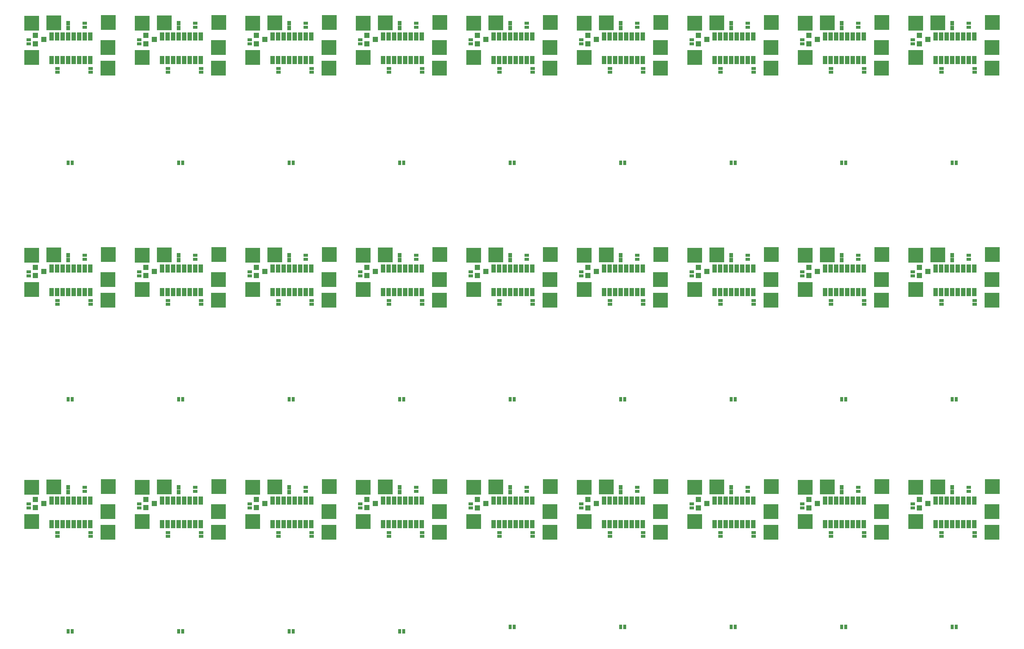
<source format=gbs>
G04 #@! TF.FileFunction,Soldermask,Bot*
%FSLAX46Y46*%
G04 Gerber Fmt 4.6, Leading zero omitted, Abs format (unit mm)*
G04 Created by KiCad (PCBNEW 4.0.3-stable) date 08/25/16 15:17:33*
%MOMM*%
%LPD*%
G01*
G04 APERTURE LIST*
%ADD10C,0.100000*%
%ADD11R,3.400000X3.400000*%
%ADD12R,1.200100X1.200100*%
%ADD13R,1.000000X0.800000*%
%ADD14R,1.000000X1.900000*%
%ADD15R,0.800000X1.000000*%
%ADD16R,0.900000X1.000000*%
G04 APERTURE END LIST*
D10*
D11*
X231673400Y-76039980D03*
X226644200Y-83990180D03*
X244152420Y-86441280D03*
X244208300Y-75963780D03*
X226644200Y-76116180D03*
X244180360Y-81691480D03*
D12*
X227446840Y-80799980D03*
X227446840Y-78899980D03*
X229445820Y-79849980D03*
D13*
X225933000Y-80833380D03*
X225933000Y-79933380D03*
X232506000Y-86491580D03*
X232506000Y-87391580D03*
X240136000Y-86491580D03*
X240136000Y-87391580D03*
D14*
X231211000Y-79161580D03*
X232481000Y-79161580D03*
X233751000Y-79161580D03*
X235021000Y-79161580D03*
X236291000Y-79161580D03*
X237561000Y-79161580D03*
X238831000Y-79161580D03*
X240101000Y-79161580D03*
X240101000Y-84561580D03*
X238831000Y-84561580D03*
X237561000Y-84561580D03*
X236291000Y-84561580D03*
X235021000Y-84561580D03*
X233751000Y-84561580D03*
X232481000Y-84561580D03*
X231211000Y-84561580D03*
D15*
X235008000Y-109220000D03*
X235908000Y-109220000D03*
D13*
X238806000Y-77021580D03*
X238806000Y-76121580D03*
D16*
X235036000Y-77201580D03*
X235036000Y-76101580D03*
X235036000Y-23869200D03*
X235036000Y-22769200D03*
D13*
X238806000Y-23689200D03*
X238806000Y-22789200D03*
D15*
X235008000Y-54864000D03*
X235908000Y-54864000D03*
D14*
X231211000Y-25829200D03*
X232481000Y-25829200D03*
X233751000Y-25829200D03*
X235021000Y-25829200D03*
X236291000Y-25829200D03*
X237561000Y-25829200D03*
X238831000Y-25829200D03*
X240101000Y-25829200D03*
X240101000Y-31229200D03*
X238831000Y-31229200D03*
X237561000Y-31229200D03*
X236291000Y-31229200D03*
X235021000Y-31229200D03*
X233751000Y-31229200D03*
X232481000Y-31229200D03*
X231211000Y-31229200D03*
D13*
X240136000Y-33159200D03*
X240136000Y-34059200D03*
X232506000Y-33159200D03*
X232506000Y-34059200D03*
X225933000Y-27501000D03*
X225933000Y-26601000D03*
D12*
X227446840Y-27467600D03*
X227446840Y-25567600D03*
X229445820Y-26517600D03*
D11*
X244180360Y-28359100D03*
X226644200Y-22783800D03*
X244208300Y-22631400D03*
X244152420Y-33108900D03*
X226644200Y-30657800D03*
X231673400Y-22707600D03*
X231673400Y-129387600D03*
X226644200Y-137337800D03*
X244152420Y-139788900D03*
X244208300Y-129311400D03*
X226644200Y-129463800D03*
X244180360Y-135039100D03*
D12*
X227446840Y-134147600D03*
X227446840Y-132247600D03*
X229445820Y-133197600D03*
D13*
X225933000Y-134181000D03*
X225933000Y-133281000D03*
X232506000Y-139839200D03*
X232506000Y-140739200D03*
X240136000Y-139839200D03*
X240136000Y-140739200D03*
D14*
X231211000Y-132509200D03*
X232481000Y-132509200D03*
X233751000Y-132509200D03*
X235021000Y-132509200D03*
X236291000Y-132509200D03*
X237561000Y-132509200D03*
X238831000Y-132509200D03*
X240101000Y-132509200D03*
X240101000Y-137909200D03*
X238831000Y-137909200D03*
X237561000Y-137909200D03*
X236291000Y-137909200D03*
X235021000Y-137909200D03*
X233751000Y-137909200D03*
X232481000Y-137909200D03*
X231211000Y-137909200D03*
D15*
X235008000Y-161544000D03*
X235908000Y-161544000D03*
D13*
X238806000Y-130369200D03*
X238806000Y-129469200D03*
D16*
X235036000Y-130549200D03*
X235036000Y-129449200D03*
D11*
X180873400Y-129387600D03*
X175844200Y-137337800D03*
X193352420Y-139788900D03*
X193408300Y-129311400D03*
X175844200Y-129463800D03*
X193380360Y-135039100D03*
D12*
X176646840Y-134147600D03*
X176646840Y-132247600D03*
X178645820Y-133197600D03*
D13*
X175133000Y-134181000D03*
X175133000Y-133281000D03*
X181706000Y-139839200D03*
X181706000Y-140739200D03*
X189336000Y-139839200D03*
X189336000Y-140739200D03*
D14*
X180411000Y-132509200D03*
X181681000Y-132509200D03*
X182951000Y-132509200D03*
X184221000Y-132509200D03*
X185491000Y-132509200D03*
X186761000Y-132509200D03*
X188031000Y-132509200D03*
X189301000Y-132509200D03*
X189301000Y-137909200D03*
X188031000Y-137909200D03*
X186761000Y-137909200D03*
X185491000Y-137909200D03*
X184221000Y-137909200D03*
X182951000Y-137909200D03*
X181681000Y-137909200D03*
X180411000Y-137909200D03*
D15*
X184208000Y-161544000D03*
X185108000Y-161544000D03*
D13*
X188006000Y-130369200D03*
X188006000Y-129469200D03*
D16*
X184236000Y-130549200D03*
X184236000Y-129449200D03*
X209636000Y-130549200D03*
X209636000Y-129449200D03*
D13*
X213406000Y-130369200D03*
X213406000Y-129469200D03*
D15*
X209608000Y-161544000D03*
X210508000Y-161544000D03*
D14*
X205811000Y-132509200D03*
X207081000Y-132509200D03*
X208351000Y-132509200D03*
X209621000Y-132509200D03*
X210891000Y-132509200D03*
X212161000Y-132509200D03*
X213431000Y-132509200D03*
X214701000Y-132509200D03*
X214701000Y-137909200D03*
X213431000Y-137909200D03*
X212161000Y-137909200D03*
X210891000Y-137909200D03*
X209621000Y-137909200D03*
X208351000Y-137909200D03*
X207081000Y-137909200D03*
X205811000Y-137909200D03*
D13*
X214736000Y-139839200D03*
X214736000Y-140739200D03*
X207106000Y-139839200D03*
X207106000Y-140739200D03*
X200533000Y-134181000D03*
X200533000Y-133281000D03*
D12*
X202046840Y-134147600D03*
X202046840Y-132247600D03*
X204045820Y-133197600D03*
D11*
X218780360Y-135039100D03*
X201244200Y-129463800D03*
X218808300Y-129311400D03*
X218752420Y-139788900D03*
X201244200Y-137337800D03*
X206273400Y-129387600D03*
X155473400Y-129387600D03*
X150444200Y-137337800D03*
X167952420Y-139788900D03*
X168008300Y-129311400D03*
X150444200Y-129463800D03*
X167980360Y-135039100D03*
D12*
X151246840Y-134147600D03*
X151246840Y-132247600D03*
X153245820Y-133197600D03*
D13*
X149733000Y-134181000D03*
X149733000Y-133281000D03*
X156306000Y-139839200D03*
X156306000Y-140739200D03*
X163936000Y-139839200D03*
X163936000Y-140739200D03*
D14*
X155011000Y-132509200D03*
X156281000Y-132509200D03*
X157551000Y-132509200D03*
X158821000Y-132509200D03*
X160091000Y-132509200D03*
X161361000Y-132509200D03*
X162631000Y-132509200D03*
X163901000Y-132509200D03*
X163901000Y-137909200D03*
X162631000Y-137909200D03*
X161361000Y-137909200D03*
X160091000Y-137909200D03*
X158821000Y-137909200D03*
X157551000Y-137909200D03*
X156281000Y-137909200D03*
X155011000Y-137909200D03*
D15*
X158808000Y-161544000D03*
X159708000Y-161544000D03*
D13*
X162606000Y-130369200D03*
X162606000Y-129469200D03*
D16*
X158836000Y-130549200D03*
X158836000Y-129449200D03*
X133436000Y-130549200D03*
X133436000Y-129449200D03*
D13*
X137206000Y-130369200D03*
X137206000Y-129469200D03*
D15*
X133408000Y-161544000D03*
X134308000Y-161544000D03*
D14*
X129611000Y-132509200D03*
X130881000Y-132509200D03*
X132151000Y-132509200D03*
X133421000Y-132509200D03*
X134691000Y-132509200D03*
X135961000Y-132509200D03*
X137231000Y-132509200D03*
X138501000Y-132509200D03*
X138501000Y-137909200D03*
X137231000Y-137909200D03*
X135961000Y-137909200D03*
X134691000Y-137909200D03*
X133421000Y-137909200D03*
X132151000Y-137909200D03*
X130881000Y-137909200D03*
X129611000Y-137909200D03*
D13*
X138536000Y-139839200D03*
X138536000Y-140739200D03*
X130906000Y-139839200D03*
X130906000Y-140739200D03*
X124333000Y-134181000D03*
X124333000Y-133281000D03*
D12*
X125846840Y-134147600D03*
X125846840Y-132247600D03*
X127845820Y-133197600D03*
D11*
X142580360Y-135039100D03*
X125044200Y-129463800D03*
X142608300Y-129311400D03*
X142552420Y-139788900D03*
X125044200Y-137337800D03*
X130073400Y-129387600D03*
D16*
X31836000Y-130541580D03*
X31836000Y-129441580D03*
D13*
X35606000Y-130361580D03*
X35606000Y-129461580D03*
D15*
X31808000Y-162560000D03*
X32708000Y-162560000D03*
D14*
X28011000Y-132501580D03*
X29281000Y-132501580D03*
X30551000Y-132501580D03*
X31821000Y-132501580D03*
X33091000Y-132501580D03*
X34361000Y-132501580D03*
X35631000Y-132501580D03*
X36901000Y-132501580D03*
X36901000Y-137901580D03*
X35631000Y-137901580D03*
X34361000Y-137901580D03*
X33091000Y-137901580D03*
X31821000Y-137901580D03*
X30551000Y-137901580D03*
X29281000Y-137901580D03*
X28011000Y-137901580D03*
D13*
X36936000Y-139831580D03*
X36936000Y-140731580D03*
X29306000Y-139831580D03*
X29306000Y-140731580D03*
X22733000Y-134173380D03*
X22733000Y-133273380D03*
D12*
X24246840Y-134139980D03*
X24246840Y-132239980D03*
X26245820Y-133189980D03*
D11*
X40980360Y-135031480D03*
X23444200Y-129456180D03*
X41008300Y-129303780D03*
X40952420Y-139781280D03*
X23444200Y-137330180D03*
X28473400Y-129379980D03*
X53873400Y-129379980D03*
X48844200Y-137330180D03*
X66352420Y-139781280D03*
X66408300Y-129303780D03*
X48844200Y-129456180D03*
X66380360Y-135031480D03*
D12*
X49646840Y-134139980D03*
X49646840Y-132239980D03*
X51645820Y-133189980D03*
D13*
X48133000Y-134173380D03*
X48133000Y-133273380D03*
X54706000Y-139831580D03*
X54706000Y-140731580D03*
X62336000Y-139831580D03*
X62336000Y-140731580D03*
D14*
X53411000Y-132501580D03*
X54681000Y-132501580D03*
X55951000Y-132501580D03*
X57221000Y-132501580D03*
X58491000Y-132501580D03*
X59761000Y-132501580D03*
X61031000Y-132501580D03*
X62301000Y-132501580D03*
X62301000Y-137901580D03*
X61031000Y-137901580D03*
X59761000Y-137901580D03*
X58491000Y-137901580D03*
X57221000Y-137901580D03*
X55951000Y-137901580D03*
X54681000Y-137901580D03*
X53411000Y-137901580D03*
D15*
X57208000Y-162560000D03*
X58108000Y-162560000D03*
D13*
X61006000Y-130361580D03*
X61006000Y-129461580D03*
D16*
X57236000Y-130541580D03*
X57236000Y-129441580D03*
X108036000Y-130541580D03*
X108036000Y-129441580D03*
D13*
X111806000Y-130361580D03*
X111806000Y-129461580D03*
D15*
X108008000Y-162560000D03*
X108908000Y-162560000D03*
D14*
X104211000Y-132501580D03*
X105481000Y-132501580D03*
X106751000Y-132501580D03*
X108021000Y-132501580D03*
X109291000Y-132501580D03*
X110561000Y-132501580D03*
X111831000Y-132501580D03*
X113101000Y-132501580D03*
X113101000Y-137901580D03*
X111831000Y-137901580D03*
X110561000Y-137901580D03*
X109291000Y-137901580D03*
X108021000Y-137901580D03*
X106751000Y-137901580D03*
X105481000Y-137901580D03*
X104211000Y-137901580D03*
D13*
X113136000Y-139831580D03*
X113136000Y-140731580D03*
X105506000Y-139831580D03*
X105506000Y-140731580D03*
X98933000Y-134173380D03*
X98933000Y-133273380D03*
D12*
X100446840Y-134139980D03*
X100446840Y-132239980D03*
X102445820Y-133189980D03*
D11*
X117180360Y-135031480D03*
X99644200Y-129456180D03*
X117208300Y-129303780D03*
X117152420Y-139781280D03*
X99644200Y-137330180D03*
X104673400Y-129379980D03*
X79273400Y-129379980D03*
X74244200Y-137330180D03*
X91752420Y-139781280D03*
X91808300Y-129303780D03*
X74244200Y-129456180D03*
X91780360Y-135031480D03*
D12*
X75046840Y-134139980D03*
X75046840Y-132239980D03*
X77045820Y-133189980D03*
D13*
X73533000Y-134173380D03*
X73533000Y-133273380D03*
X80106000Y-139831580D03*
X80106000Y-140731580D03*
X87736000Y-139831580D03*
X87736000Y-140731580D03*
D14*
X78811000Y-132501580D03*
X80081000Y-132501580D03*
X81351000Y-132501580D03*
X82621000Y-132501580D03*
X83891000Y-132501580D03*
X85161000Y-132501580D03*
X86431000Y-132501580D03*
X87701000Y-132501580D03*
X87701000Y-137901580D03*
X86431000Y-137901580D03*
X85161000Y-137901580D03*
X83891000Y-137901580D03*
X82621000Y-137901580D03*
X81351000Y-137901580D03*
X80081000Y-137901580D03*
X78811000Y-137901580D03*
D15*
X82608000Y-162560000D03*
X83508000Y-162560000D03*
D13*
X86406000Y-130361580D03*
X86406000Y-129461580D03*
D16*
X82636000Y-130541580D03*
X82636000Y-129441580D03*
D11*
X130073400Y-22707600D03*
X125044200Y-30657800D03*
X142552420Y-33108900D03*
X142608300Y-22631400D03*
X125044200Y-22783800D03*
X142580360Y-28359100D03*
D12*
X125846840Y-27467600D03*
X125846840Y-25567600D03*
X127845820Y-26517600D03*
D13*
X124333000Y-27501000D03*
X124333000Y-26601000D03*
X130906000Y-33159200D03*
X130906000Y-34059200D03*
X138536000Y-33159200D03*
X138536000Y-34059200D03*
D14*
X129611000Y-25829200D03*
X130881000Y-25829200D03*
X132151000Y-25829200D03*
X133421000Y-25829200D03*
X134691000Y-25829200D03*
X135961000Y-25829200D03*
X137231000Y-25829200D03*
X138501000Y-25829200D03*
X138501000Y-31229200D03*
X137231000Y-31229200D03*
X135961000Y-31229200D03*
X134691000Y-31229200D03*
X133421000Y-31229200D03*
X132151000Y-31229200D03*
X130881000Y-31229200D03*
X129611000Y-31229200D03*
D15*
X133408000Y-54864000D03*
X134308000Y-54864000D03*
D13*
X137206000Y-23689200D03*
X137206000Y-22789200D03*
D16*
X133436000Y-23869200D03*
X133436000Y-22769200D03*
X133436000Y-77201580D03*
X133436000Y-76101580D03*
D13*
X137206000Y-77021580D03*
X137206000Y-76121580D03*
D15*
X133408000Y-109220000D03*
X134308000Y-109220000D03*
D14*
X129611000Y-79161580D03*
X130881000Y-79161580D03*
X132151000Y-79161580D03*
X133421000Y-79161580D03*
X134691000Y-79161580D03*
X135961000Y-79161580D03*
X137231000Y-79161580D03*
X138501000Y-79161580D03*
X138501000Y-84561580D03*
X137231000Y-84561580D03*
X135961000Y-84561580D03*
X134691000Y-84561580D03*
X133421000Y-84561580D03*
X132151000Y-84561580D03*
X130881000Y-84561580D03*
X129611000Y-84561580D03*
D13*
X138536000Y-86491580D03*
X138536000Y-87391580D03*
X130906000Y-86491580D03*
X130906000Y-87391580D03*
X124333000Y-80833380D03*
X124333000Y-79933380D03*
D12*
X125846840Y-80799980D03*
X125846840Y-78899980D03*
X127845820Y-79849980D03*
D11*
X142580360Y-81691480D03*
X125044200Y-76116180D03*
X142608300Y-75963780D03*
X142552420Y-86441280D03*
X125044200Y-83990180D03*
X130073400Y-76039980D03*
X155473400Y-76039980D03*
X150444200Y-83990180D03*
X167952420Y-86441280D03*
X168008300Y-75963780D03*
X150444200Y-76116180D03*
X167980360Y-81691480D03*
D12*
X151246840Y-80799980D03*
X151246840Y-78899980D03*
X153245820Y-79849980D03*
D13*
X149733000Y-80833380D03*
X149733000Y-79933380D03*
X156306000Y-86491580D03*
X156306000Y-87391580D03*
X163936000Y-86491580D03*
X163936000Y-87391580D03*
D14*
X155011000Y-79161580D03*
X156281000Y-79161580D03*
X157551000Y-79161580D03*
X158821000Y-79161580D03*
X160091000Y-79161580D03*
X161361000Y-79161580D03*
X162631000Y-79161580D03*
X163901000Y-79161580D03*
X163901000Y-84561580D03*
X162631000Y-84561580D03*
X161361000Y-84561580D03*
X160091000Y-84561580D03*
X158821000Y-84561580D03*
X157551000Y-84561580D03*
X156281000Y-84561580D03*
X155011000Y-84561580D03*
D15*
X158808000Y-109220000D03*
X159708000Y-109220000D03*
D13*
X162606000Y-77021580D03*
X162606000Y-76121580D03*
D16*
X158836000Y-77201580D03*
X158836000Y-76101580D03*
X158836000Y-23869200D03*
X158836000Y-22769200D03*
D13*
X162606000Y-23689200D03*
X162606000Y-22789200D03*
D15*
X158808000Y-54864000D03*
X159708000Y-54864000D03*
D14*
X155011000Y-25829200D03*
X156281000Y-25829200D03*
X157551000Y-25829200D03*
X158821000Y-25829200D03*
X160091000Y-25829200D03*
X161361000Y-25829200D03*
X162631000Y-25829200D03*
X163901000Y-25829200D03*
X163901000Y-31229200D03*
X162631000Y-31229200D03*
X161361000Y-31229200D03*
X160091000Y-31229200D03*
X158821000Y-31229200D03*
X157551000Y-31229200D03*
X156281000Y-31229200D03*
X155011000Y-31229200D03*
D13*
X163936000Y-33159200D03*
X163936000Y-34059200D03*
X156306000Y-33159200D03*
X156306000Y-34059200D03*
X149733000Y-27501000D03*
X149733000Y-26601000D03*
D12*
X151246840Y-27467600D03*
X151246840Y-25567600D03*
X153245820Y-26517600D03*
D11*
X167980360Y-28359100D03*
X150444200Y-22783800D03*
X168008300Y-22631400D03*
X167952420Y-33108900D03*
X150444200Y-30657800D03*
X155473400Y-22707600D03*
X206273400Y-22707600D03*
X201244200Y-30657800D03*
X218752420Y-33108900D03*
X218808300Y-22631400D03*
X201244200Y-22783800D03*
X218780360Y-28359100D03*
D12*
X202046840Y-27467600D03*
X202046840Y-25567600D03*
X204045820Y-26517600D03*
D13*
X200533000Y-27501000D03*
X200533000Y-26601000D03*
X207106000Y-33159200D03*
X207106000Y-34059200D03*
X214736000Y-33159200D03*
X214736000Y-34059200D03*
D14*
X205811000Y-25829200D03*
X207081000Y-25829200D03*
X208351000Y-25829200D03*
X209621000Y-25829200D03*
X210891000Y-25829200D03*
X212161000Y-25829200D03*
X213431000Y-25829200D03*
X214701000Y-25829200D03*
X214701000Y-31229200D03*
X213431000Y-31229200D03*
X212161000Y-31229200D03*
X210891000Y-31229200D03*
X209621000Y-31229200D03*
X208351000Y-31229200D03*
X207081000Y-31229200D03*
X205811000Y-31229200D03*
D15*
X209608000Y-54864000D03*
X210508000Y-54864000D03*
D13*
X213406000Y-23689200D03*
X213406000Y-22789200D03*
D16*
X209636000Y-23869200D03*
X209636000Y-22769200D03*
X209636000Y-77201580D03*
X209636000Y-76101580D03*
D13*
X213406000Y-77021580D03*
X213406000Y-76121580D03*
D15*
X209608000Y-109220000D03*
X210508000Y-109220000D03*
D14*
X205811000Y-79161580D03*
X207081000Y-79161580D03*
X208351000Y-79161580D03*
X209621000Y-79161580D03*
X210891000Y-79161580D03*
X212161000Y-79161580D03*
X213431000Y-79161580D03*
X214701000Y-79161580D03*
X214701000Y-84561580D03*
X213431000Y-84561580D03*
X212161000Y-84561580D03*
X210891000Y-84561580D03*
X209621000Y-84561580D03*
X208351000Y-84561580D03*
X207081000Y-84561580D03*
X205811000Y-84561580D03*
D13*
X214736000Y-86491580D03*
X214736000Y-87391580D03*
X207106000Y-86491580D03*
X207106000Y-87391580D03*
X200533000Y-80833380D03*
X200533000Y-79933380D03*
D12*
X202046840Y-80799980D03*
X202046840Y-78899980D03*
X204045820Y-79849980D03*
D11*
X218780360Y-81691480D03*
X201244200Y-76116180D03*
X218808300Y-75963780D03*
X218752420Y-86441280D03*
X201244200Y-83990180D03*
X206273400Y-76039980D03*
X180873400Y-76039980D03*
X175844200Y-83990180D03*
X193352420Y-86441280D03*
X193408300Y-75963780D03*
X175844200Y-76116180D03*
X193380360Y-81691480D03*
D12*
X176646840Y-80799980D03*
X176646840Y-78899980D03*
X178645820Y-79849980D03*
D13*
X175133000Y-80833380D03*
X175133000Y-79933380D03*
X181706000Y-86491580D03*
X181706000Y-87391580D03*
X189336000Y-86491580D03*
X189336000Y-87391580D03*
D14*
X180411000Y-79161580D03*
X181681000Y-79161580D03*
X182951000Y-79161580D03*
X184221000Y-79161580D03*
X185491000Y-79161580D03*
X186761000Y-79161580D03*
X188031000Y-79161580D03*
X189301000Y-79161580D03*
X189301000Y-84561580D03*
X188031000Y-84561580D03*
X186761000Y-84561580D03*
X185491000Y-84561580D03*
X184221000Y-84561580D03*
X182951000Y-84561580D03*
X181681000Y-84561580D03*
X180411000Y-84561580D03*
D15*
X184208000Y-109220000D03*
X185108000Y-109220000D03*
D13*
X188006000Y-77021580D03*
X188006000Y-76121580D03*
D16*
X184236000Y-77201580D03*
X184236000Y-76101580D03*
X184236000Y-23869200D03*
X184236000Y-22769200D03*
D13*
X188006000Y-23689200D03*
X188006000Y-22789200D03*
D15*
X184208000Y-54864000D03*
X185108000Y-54864000D03*
D14*
X180411000Y-25829200D03*
X181681000Y-25829200D03*
X182951000Y-25829200D03*
X184221000Y-25829200D03*
X185491000Y-25829200D03*
X186761000Y-25829200D03*
X188031000Y-25829200D03*
X189301000Y-25829200D03*
X189301000Y-31229200D03*
X188031000Y-31229200D03*
X186761000Y-31229200D03*
X185491000Y-31229200D03*
X184221000Y-31229200D03*
X182951000Y-31229200D03*
X181681000Y-31229200D03*
X180411000Y-31229200D03*
D13*
X189336000Y-33159200D03*
X189336000Y-34059200D03*
X181706000Y-33159200D03*
X181706000Y-34059200D03*
X175133000Y-27501000D03*
X175133000Y-26601000D03*
D12*
X176646840Y-27467600D03*
X176646840Y-25567600D03*
X178645820Y-26517600D03*
D11*
X193380360Y-28359100D03*
X175844200Y-22783800D03*
X193408300Y-22631400D03*
X193352420Y-33108900D03*
X175844200Y-30657800D03*
X180873400Y-22707600D03*
X79273400Y-22707600D03*
X74244200Y-30657800D03*
X91752420Y-33108900D03*
X91808300Y-22631400D03*
X74244200Y-22783800D03*
X91780360Y-28359100D03*
D12*
X75046840Y-27467600D03*
X75046840Y-25567600D03*
X77045820Y-26517600D03*
D13*
X73533000Y-27501000D03*
X73533000Y-26601000D03*
X80106000Y-33159200D03*
X80106000Y-34059200D03*
X87736000Y-33159200D03*
X87736000Y-34059200D03*
D14*
X78811000Y-25829200D03*
X80081000Y-25829200D03*
X81351000Y-25829200D03*
X82621000Y-25829200D03*
X83891000Y-25829200D03*
X85161000Y-25829200D03*
X86431000Y-25829200D03*
X87701000Y-25829200D03*
X87701000Y-31229200D03*
X86431000Y-31229200D03*
X85161000Y-31229200D03*
X83891000Y-31229200D03*
X82621000Y-31229200D03*
X81351000Y-31229200D03*
X80081000Y-31229200D03*
X78811000Y-31229200D03*
D15*
X82608000Y-54864000D03*
X83508000Y-54864000D03*
D13*
X86406000Y-23689200D03*
X86406000Y-22789200D03*
D16*
X82636000Y-23869200D03*
X82636000Y-22769200D03*
X82636000Y-77201580D03*
X82636000Y-76101580D03*
D13*
X86406000Y-77021580D03*
X86406000Y-76121580D03*
D15*
X82608000Y-109220000D03*
X83508000Y-109220000D03*
D14*
X78811000Y-79161580D03*
X80081000Y-79161580D03*
X81351000Y-79161580D03*
X82621000Y-79161580D03*
X83891000Y-79161580D03*
X85161000Y-79161580D03*
X86431000Y-79161580D03*
X87701000Y-79161580D03*
X87701000Y-84561580D03*
X86431000Y-84561580D03*
X85161000Y-84561580D03*
X83891000Y-84561580D03*
X82621000Y-84561580D03*
X81351000Y-84561580D03*
X80081000Y-84561580D03*
X78811000Y-84561580D03*
D13*
X87736000Y-86491580D03*
X87736000Y-87391580D03*
X80106000Y-86491580D03*
X80106000Y-87391580D03*
X73533000Y-80833380D03*
X73533000Y-79933380D03*
D12*
X75046840Y-80799980D03*
X75046840Y-78899980D03*
X77045820Y-79849980D03*
D11*
X91780360Y-81691480D03*
X74244200Y-76116180D03*
X91808300Y-75963780D03*
X91752420Y-86441280D03*
X74244200Y-83990180D03*
X79273400Y-76039980D03*
X104673400Y-76039980D03*
X99644200Y-83990180D03*
X117152420Y-86441280D03*
X117208300Y-75963780D03*
X99644200Y-76116180D03*
X117180360Y-81691480D03*
D12*
X100446840Y-80799980D03*
X100446840Y-78899980D03*
X102445820Y-79849980D03*
D13*
X98933000Y-80833380D03*
X98933000Y-79933380D03*
X105506000Y-86491580D03*
X105506000Y-87391580D03*
X113136000Y-86491580D03*
X113136000Y-87391580D03*
D14*
X104211000Y-79161580D03*
X105481000Y-79161580D03*
X106751000Y-79161580D03*
X108021000Y-79161580D03*
X109291000Y-79161580D03*
X110561000Y-79161580D03*
X111831000Y-79161580D03*
X113101000Y-79161580D03*
X113101000Y-84561580D03*
X111831000Y-84561580D03*
X110561000Y-84561580D03*
X109291000Y-84561580D03*
X108021000Y-84561580D03*
X106751000Y-84561580D03*
X105481000Y-84561580D03*
X104211000Y-84561580D03*
D15*
X108008000Y-109220000D03*
X108908000Y-109220000D03*
D13*
X111806000Y-77021580D03*
X111806000Y-76121580D03*
D16*
X108036000Y-77201580D03*
X108036000Y-76101580D03*
X108036000Y-23869200D03*
X108036000Y-22769200D03*
D13*
X111806000Y-23689200D03*
X111806000Y-22789200D03*
D15*
X108008000Y-54864000D03*
X108908000Y-54864000D03*
D14*
X104211000Y-25829200D03*
X105481000Y-25829200D03*
X106751000Y-25829200D03*
X108021000Y-25829200D03*
X109291000Y-25829200D03*
X110561000Y-25829200D03*
X111831000Y-25829200D03*
X113101000Y-25829200D03*
X113101000Y-31229200D03*
X111831000Y-31229200D03*
X110561000Y-31229200D03*
X109291000Y-31229200D03*
X108021000Y-31229200D03*
X106751000Y-31229200D03*
X105481000Y-31229200D03*
X104211000Y-31229200D03*
D13*
X113136000Y-33159200D03*
X113136000Y-34059200D03*
X105506000Y-33159200D03*
X105506000Y-34059200D03*
X98933000Y-27501000D03*
X98933000Y-26601000D03*
D12*
X100446840Y-27467600D03*
X100446840Y-25567600D03*
X102445820Y-26517600D03*
D11*
X117180360Y-28359100D03*
X99644200Y-22783800D03*
X117208300Y-22631400D03*
X117152420Y-33108900D03*
X99644200Y-30657800D03*
X104673400Y-22707600D03*
X53873400Y-22707600D03*
X48844200Y-30657800D03*
X66352420Y-33108900D03*
X66408300Y-22631400D03*
X48844200Y-22783800D03*
X66380360Y-28359100D03*
D12*
X49646840Y-27467600D03*
X49646840Y-25567600D03*
X51645820Y-26517600D03*
D13*
X48133000Y-27501000D03*
X48133000Y-26601000D03*
X54706000Y-33159200D03*
X54706000Y-34059200D03*
X62336000Y-33159200D03*
X62336000Y-34059200D03*
D14*
X53411000Y-25829200D03*
X54681000Y-25829200D03*
X55951000Y-25829200D03*
X57221000Y-25829200D03*
X58491000Y-25829200D03*
X59761000Y-25829200D03*
X61031000Y-25829200D03*
X62301000Y-25829200D03*
X62301000Y-31229200D03*
X61031000Y-31229200D03*
X59761000Y-31229200D03*
X58491000Y-31229200D03*
X57221000Y-31229200D03*
X55951000Y-31229200D03*
X54681000Y-31229200D03*
X53411000Y-31229200D03*
D15*
X57208000Y-54864000D03*
X58108000Y-54864000D03*
D13*
X61006000Y-23689200D03*
X61006000Y-22789200D03*
D16*
X57236000Y-23869200D03*
X57236000Y-22769200D03*
X57236000Y-77201580D03*
X57236000Y-76101580D03*
D13*
X61006000Y-77021580D03*
X61006000Y-76121580D03*
D15*
X57208000Y-109220000D03*
X58108000Y-109220000D03*
D14*
X53411000Y-79161580D03*
X54681000Y-79161580D03*
X55951000Y-79161580D03*
X57221000Y-79161580D03*
X58491000Y-79161580D03*
X59761000Y-79161580D03*
X61031000Y-79161580D03*
X62301000Y-79161580D03*
X62301000Y-84561580D03*
X61031000Y-84561580D03*
X59761000Y-84561580D03*
X58491000Y-84561580D03*
X57221000Y-84561580D03*
X55951000Y-84561580D03*
X54681000Y-84561580D03*
X53411000Y-84561580D03*
D13*
X62336000Y-86491580D03*
X62336000Y-87391580D03*
X54706000Y-86491580D03*
X54706000Y-87391580D03*
X48133000Y-80833380D03*
X48133000Y-79933380D03*
D12*
X49646840Y-80799980D03*
X49646840Y-78899980D03*
X51645820Y-79849980D03*
D11*
X66380360Y-81691480D03*
X48844200Y-76116180D03*
X66408300Y-75963780D03*
X66352420Y-86441280D03*
X48844200Y-83990180D03*
X53873400Y-76039980D03*
X28473400Y-76039980D03*
X23444200Y-83990180D03*
X40952420Y-86441280D03*
X41008300Y-75963780D03*
X23444200Y-76116180D03*
X40980360Y-81691480D03*
D12*
X24246840Y-80799980D03*
X24246840Y-78899980D03*
X26245820Y-79849980D03*
D13*
X22733000Y-80833380D03*
X22733000Y-79933380D03*
X29306000Y-86491580D03*
X29306000Y-87391580D03*
X36936000Y-86491580D03*
X36936000Y-87391580D03*
D14*
X28011000Y-79161580D03*
X29281000Y-79161580D03*
X30551000Y-79161580D03*
X31821000Y-79161580D03*
X33091000Y-79161580D03*
X34361000Y-79161580D03*
X35631000Y-79161580D03*
X36901000Y-79161580D03*
X36901000Y-84561580D03*
X35631000Y-84561580D03*
X34361000Y-84561580D03*
X33091000Y-84561580D03*
X31821000Y-84561580D03*
X30551000Y-84561580D03*
X29281000Y-84561580D03*
X28011000Y-84561580D03*
D15*
X31808000Y-109220000D03*
X32708000Y-109220000D03*
D13*
X35606000Y-77021580D03*
X35606000Y-76121580D03*
D16*
X31836000Y-77201580D03*
X31836000Y-76101580D03*
X31836000Y-23869200D03*
X31836000Y-22769200D03*
D13*
X35606000Y-23689200D03*
X35606000Y-22789200D03*
D15*
X31808000Y-54864000D03*
X32708000Y-54864000D03*
D14*
X28011000Y-25829200D03*
X29281000Y-25829200D03*
X30551000Y-25829200D03*
X31821000Y-25829200D03*
X33091000Y-25829200D03*
X34361000Y-25829200D03*
X35631000Y-25829200D03*
X36901000Y-25829200D03*
X36901000Y-31229200D03*
X35631000Y-31229200D03*
X34361000Y-31229200D03*
X33091000Y-31229200D03*
X31821000Y-31229200D03*
X30551000Y-31229200D03*
X29281000Y-31229200D03*
X28011000Y-31229200D03*
D13*
X36936000Y-33159200D03*
X36936000Y-34059200D03*
X29306000Y-33159200D03*
X29306000Y-34059200D03*
X22733000Y-27501000D03*
X22733000Y-26601000D03*
D12*
X24246840Y-27467600D03*
X24246840Y-25567600D03*
X26245820Y-26517600D03*
D11*
X40980360Y-28359100D03*
X23444200Y-22783800D03*
X41008300Y-22631400D03*
X40952420Y-33108900D03*
X23444200Y-30657800D03*
X28473400Y-22707600D03*
M02*

</source>
